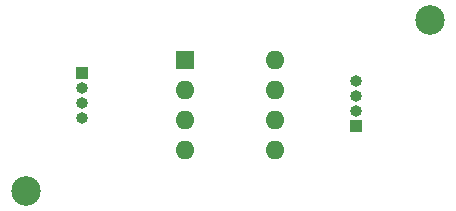
<source format=gbr>
G04 #@! TF.GenerationSoftware,KiCad,Pcbnew,5.1.12-84ad8e8a86~92~ubuntu18.04.1*
G04 #@! TF.CreationDate,2022-06-22T22:22:51+03:00*
G04 #@! TF.ProjectId,dip,6469702e-6b69-4636-9164-5f7063625858,B*
G04 #@! TF.SameCoordinates,Original*
G04 #@! TF.FileFunction,Soldermask,Bot*
G04 #@! TF.FilePolarity,Negative*
%FSLAX46Y46*%
G04 Gerber Fmt 4.6, Leading zero omitted, Abs format (unit mm)*
G04 Created by KiCad (PCBNEW 5.1.12-84ad8e8a86~92~ubuntu18.04.1) date 2022-06-22 22:22:51*
%MOMM*%
%LPD*%
G01*
G04 APERTURE LIST*
%ADD10C,2.500000*%
%ADD11O,1.600000X1.600000*%
%ADD12R,1.600000X1.600000*%
%ADD13O,1.000000X1.000000*%
%ADD14R,1.000000X1.000000*%
G04 APERTURE END LIST*
D10*
G04 #@! TO.C,H2*
X37250000Y17250000D03*
G04 #@! TD*
G04 #@! TO.C,H1*
X3000000Y2750000D03*
G04 #@! TD*
D11*
G04 #@! TO.C,SW1*
X24100000Y13880000D03*
X16480000Y6260000D03*
X24100000Y11340000D03*
X16480000Y8800000D03*
X24100000Y8800000D03*
X16480000Y11340000D03*
X24100000Y6260000D03*
D12*
X16480000Y13880000D03*
G04 #@! TD*
D13*
G04 #@! TO.C,J2*
X31000000Y12060000D03*
X31000000Y10790000D03*
X31000000Y9520000D03*
D14*
X31000000Y8250000D03*
G04 #@! TD*
D13*
G04 #@! TO.C,J1*
X7750000Y8940000D03*
X7750000Y10210000D03*
X7750000Y11480000D03*
D14*
X7750000Y12750000D03*
G04 #@! TD*
M02*

</source>
